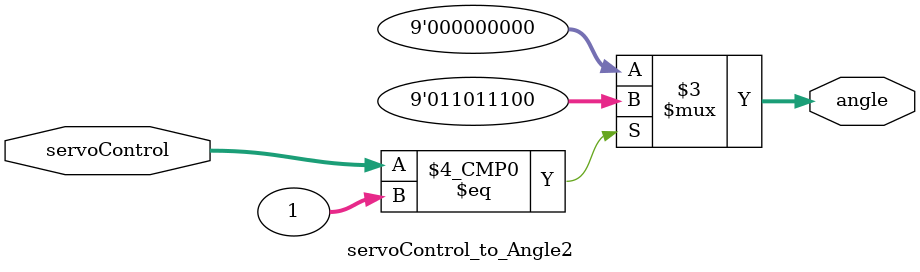
<source format=v>
`timescale 1ns / 1ps
module servoControl_to_Angle2(
    input [31:0] servoControl,
    output reg [8:0] angle
    );
    
    // Run when the value of the switches
    // changes
    always @ (servoControl)
    begin
        case (servoControl)
        // servoControl = 1
        1:
        angle = 9'd220;
        // servoControl = 0
        default:
        angle = 9'd0;
        endcase                 
    end
endmodule

</source>
